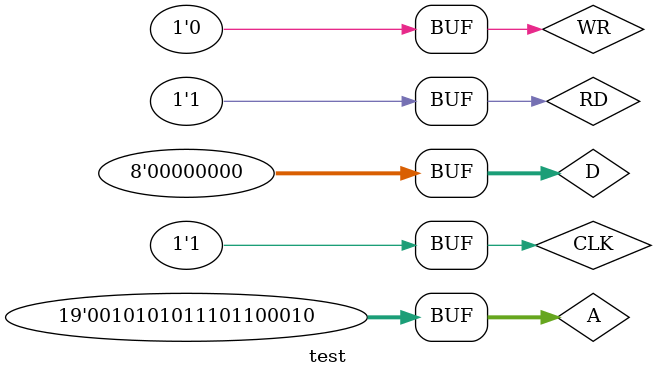
<source format=sv>
`timescale 1 ps / 1 ps

module test();

	logic	[18:0]  A;
	logic	  CLK;
	logic	[7:0]  D;
	logic	  RD;
	logic	  WR;
	logic	[7:0]  S;

	
	RAM DUT(A, CLK,D, RD, WR, S);
	
	initial begin
		

		CLK = 0; A = 19'h0; WR = 0; D = 19'h0; #10;
		CLK = 1; #10;
		CLK = 0; #10;
		CLK = 1; #10;
		CLK = 0; #10;
		CLK = 1; #10;
		CLK = 0; #10;

		
		

		CLK =  1; A = 19'h0; WR = 0; D = 19'h0; RD = 1; #10;
		CLK = 0; #10;
		CLK = 1; #10;
		CLK = 0; #10;
		CLK = 1; #10;
		CLK = 0; #10;
		CLK = 1; #10;
		
		CLK = 0; A = 19'h15762; WR = 0; D = 19'h0; #10;
		CLK = 1; #10;
		CLK = 0; #10;
		CLK = 1; #10;
		CLK = 0; #10;
		CLK = 1; #10;
		CLK = 0; #10;

		
		CLK =  1; A = 19'h15762; WR = 0; D = 19'h0; RD = 1; #10;
		CLK = 0; #10;
		CLK = 1; #10;
		CLK = 0; #10;
		CLK = 1; #10;
		CLK = 0; #10;
		CLK = 1; #10;


		// CLK = 1; #10;
		// WE = 0;
		// CLK = 0; #10;

		// CLK = 0; WE = 0; WD = 12'hBBB; A = 17'h7; #10;//el dato que escribe es este 
		// CLK = 1; #10;
		// CLK = 0; #10;

		// CLK = 0; WE = 0; WD = 12'hEEE; A = 17'h7; #10;
		// CLK = 1; WE = 0; WD = 12'hDDD; A = 17'h7; #10;//lo escribe al rise edge de este clk
		
		// CLK = 0; WE = 1; WD = 12'hCCC; A = 17'd39000; #10;
		// CLK = 1; WE = 0; WD = 12'hFFF; A = 17'd39000; #10;//el dato que escribe es este
		// CLK = 0; WE = 0; WD = 12'hCCC; A = 17'd39000; #10;
		// CLK = 1; WE = 0; WD = 12'h999; A = 17'd39000; #10;//lo escribe al rise edge este clk
		
	
	end

	
endmodule 
</source>
